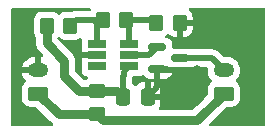
<source format=gbr>
%TF.GenerationSoftware,KiCad,Pcbnew,7.0.10*%
%TF.CreationDate,2025-11-17T19:05:27+08:00*%
%TF.ProjectId,CN312,434e3331-322e-46b6-9963-61645f706362,rev?*%
%TF.SameCoordinates,Original*%
%TF.FileFunction,Copper,L1,Top*%
%TF.FilePolarity,Positive*%
%FSLAX46Y46*%
G04 Gerber Fmt 4.6, Leading zero omitted, Abs format (unit mm)*
G04 Created by KiCad (PCBNEW 7.0.10) date 2025-11-17 19:05:27*
%MOMM*%
%LPD*%
G01*
G04 APERTURE LIST*
G04 Aperture macros list*
%AMRoundRect*
0 Rectangle with rounded corners*
0 $1 Rounding radius*
0 $2 $3 $4 $5 $6 $7 $8 $9 X,Y pos of 4 corners*
0 Add a 4 corners polygon primitive as box body*
4,1,4,$2,$3,$4,$5,$6,$7,$8,$9,$2,$3,0*
0 Add four circle primitives for the rounded corners*
1,1,$1+$1,$2,$3*
1,1,$1+$1,$4,$5*
1,1,$1+$1,$6,$7*
1,1,$1+$1,$8,$9*
0 Add four rect primitives between the rounded corners*
20,1,$1+$1,$2,$3,$4,$5,0*
20,1,$1+$1,$4,$5,$6,$7,0*
20,1,$1+$1,$6,$7,$8,$9,0*
20,1,$1+$1,$8,$9,$2,$3,0*%
G04 Aperture macros list end*
%TA.AperFunction,SMDPad,CuDef*%
%ADD10R,1.560000X0.650000*%
%TD*%
%TA.AperFunction,SMDPad,CuDef*%
%ADD11RoundRect,0.250000X0.450000X-0.350000X0.450000X0.350000X-0.450000X0.350000X-0.450000X-0.350000X0*%
%TD*%
%TA.AperFunction,SMDPad,CuDef*%
%ADD12RoundRect,0.250000X-0.350000X-0.450000X0.350000X-0.450000X0.350000X0.450000X-0.350000X0.450000X0*%
%TD*%
%TA.AperFunction,SMDPad,CuDef*%
%ADD13RoundRect,0.150000X-0.587500X-0.150000X0.587500X-0.150000X0.587500X0.150000X-0.587500X0.150000X0*%
%TD*%
%TA.AperFunction,ComponentPad*%
%ADD14RoundRect,0.250000X0.625000X-0.350000X0.625000X0.350000X-0.625000X0.350000X-0.625000X-0.350000X0*%
%TD*%
%TA.AperFunction,ComponentPad*%
%ADD15O,1.750000X1.200000*%
%TD*%
%TA.AperFunction,SMDPad,CuDef*%
%ADD16RoundRect,0.250000X-0.337500X-0.475000X0.337500X-0.475000X0.337500X0.475000X-0.337500X0.475000X0*%
%TD*%
%TA.AperFunction,ViaPad*%
%ADD17C,0.800000*%
%TD*%
%TA.AperFunction,Conductor*%
%ADD18C,0.800000*%
%TD*%
%TA.AperFunction,Conductor*%
%ADD19C,0.500000*%
%TD*%
G04 APERTURE END LIST*
D10*
%TO.P,U1,1,FTH*%
%TO.N,Net-(U1-FTH)*%
X127250000Y-88050000D03*
%TO.P,U1,2,GND*%
%TO.N,GND*%
X127250000Y-89000000D03*
%TO.P,U1,3,LBO*%
%TO.N,unconnected-(U1-LBO-Pad3)*%
X127250000Y-89950000D03*
%TO.P,U1,4,VCC*%
%TO.N,Net-(U1-VCC)*%
X129950000Y-89950000D03*
%TO.P,U1,5,/LBO*%
%TO.N,Net-(Q1-G1)*%
X129950000Y-89000000D03*
%TO.P,U1,6,RTH*%
%TO.N,Net-(U1-RTH)*%
X129950000Y-88050000D03*
%TD*%
D11*
%TO.P,R4,1*%
%TO.N,Net-(J1-P$1)*%
X127250000Y-94000000D03*
%TO.P,R4,2*%
%TO.N,Net-(U1-VCC)*%
X127250000Y-92000000D03*
%TD*%
D12*
%TO.P,R3,1*%
%TO.N,Net-(U1-FTH)*%
X127750000Y-86000000D03*
%TO.P,R3,2*%
%TO.N,Net-(U1-RTH)*%
X129750000Y-86000000D03*
%TD*%
%TO.P,R2,1*%
%TO.N,Net-(U1-RTH)*%
X132250000Y-86250000D03*
%TO.P,R2,2*%
%TO.N,GND*%
X134250000Y-86250000D03*
%TD*%
%TO.P,R1,1*%
%TO.N,Net-(U1-VCC)*%
X123000000Y-86500000D03*
%TO.P,R1,2*%
%TO.N,Net-(U1-FTH)*%
X125000000Y-86500000D03*
%TD*%
D13*
%TO.P,Q1,1,G1*%
%TO.N,Net-(Q1-G1)*%
X132375000Y-88300000D03*
%TO.P,Q1,2,S2*%
%TO.N,GND*%
X132375000Y-90200000D03*
%TO.P,Q1,3,D3*%
%TO.N,Net-(J2-P$2)*%
X134250000Y-89250000D03*
%TD*%
D14*
%TO.P,J2,1,P$1*%
%TO.N,Net-(J1-P$1)*%
X138000000Y-92250000D03*
D15*
%TO.P,J2,2,P$2*%
%TO.N,Net-(J2-P$2)*%
X138000000Y-90250000D03*
%TD*%
D14*
%TO.P,J1,1,P$1*%
%TO.N,Net-(J1-P$1)*%
X122250000Y-92250000D03*
D15*
%TO.P,J1,2,P$2*%
%TO.N,GND*%
X122250000Y-90250000D03*
%TD*%
D16*
%TO.P,C1,1*%
%TO.N,Net-(U1-VCC)*%
X129462500Y-92500000D03*
%TO.P,C1,2*%
%TO.N,GND*%
X131537500Y-92500000D03*
%TD*%
D17*
%TO.N,GND*%
X133250000Y-92500000D03*
X135750000Y-86250000D03*
X135750000Y-90250000D03*
X125750000Y-89000000D03*
%TD*%
D18*
%TO.N,Net-(J1-P$1)*%
X135750000Y-94500000D02*
X127750000Y-94500000D01*
X127750000Y-94500000D02*
X127250000Y-94000000D01*
X138000000Y-92250000D02*
X135750000Y-94500000D01*
D19*
%TO.N,GND*%
X131537500Y-92500000D02*
X133250000Y-92500000D01*
X135750000Y-90250000D02*
X132425000Y-90250000D01*
X132425000Y-90250000D02*
X132375000Y-90200000D01*
X134250000Y-86250000D02*
X135750000Y-86250000D01*
X127250000Y-89000000D02*
X125750000Y-89000000D01*
D18*
%TO.N,Net-(U1-VCC)*%
X124500000Y-89500000D02*
X123000000Y-88000000D01*
X123000000Y-88000000D02*
X123000000Y-86500000D01*
X124500000Y-90750000D02*
X124500000Y-89500000D01*
X125750000Y-92000000D02*
X124500000Y-90750000D01*
X127250000Y-92000000D02*
X125750000Y-92000000D01*
D19*
%TO.N,GND*%
X132375000Y-91662500D02*
X131537500Y-92500000D01*
X132375000Y-90200000D02*
X132375000Y-91662500D01*
%TO.N,Net-(U1-VCC)*%
X129500000Y-90400000D02*
X129500000Y-90750000D01*
X129950000Y-89950000D02*
X129500000Y-90400000D01*
X129500000Y-90750000D02*
X129462500Y-90787500D01*
X129462500Y-90787500D02*
X129462500Y-92500000D01*
%TO.N,Net-(Q1-G1)*%
X131675000Y-89000000D02*
X132375000Y-88300000D01*
X129950000Y-89000000D02*
X131675000Y-89000000D01*
%TO.N,Net-(U1-RTH)*%
X129950000Y-86200000D02*
X129750000Y-86000000D01*
X129950000Y-88050000D02*
X129950000Y-86200000D01*
X132000000Y-86000000D02*
X132250000Y-86250000D01*
X129750000Y-86000000D02*
X132000000Y-86000000D01*
%TO.N,Net-(U1-FTH)*%
X127250000Y-86250000D02*
X127000000Y-86000000D01*
X127250000Y-88050000D02*
X127250000Y-86250000D01*
X125500000Y-86000000D02*
X125000000Y-86500000D01*
X127750000Y-86000000D02*
X125500000Y-86000000D01*
%TO.N,Net-(J2-P$2)*%
X137000000Y-89250000D02*
X138000000Y-90250000D01*
X134250000Y-89250000D02*
X137000000Y-89250000D01*
D18*
%TO.N,Net-(U1-VCC)*%
X128962500Y-92000000D02*
X129462500Y-92500000D01*
X127250000Y-92000000D02*
X128962500Y-92000000D01*
%TO.N,Net-(J1-P$1)*%
X124000000Y-94000000D02*
X122250000Y-92250000D01*
X127250000Y-94000000D02*
X124000000Y-94000000D01*
%TD*%
%TA.AperFunction,Conductor*%
%TO.N,GND*%
G36*
X125515124Y-85012795D02*
G01*
X125539555Y-85001716D01*
X125556878Y-85000500D01*
X126634979Y-85000500D01*
X126702018Y-85020185D01*
X126747773Y-85072989D01*
X126757717Y-85142147D01*
X126740508Y-85189612D01*
X126739891Y-85190612D01*
X126687937Y-85237329D01*
X126634362Y-85249500D01*
X125563705Y-85249500D01*
X125545735Y-85248191D01*
X125538906Y-85247190D01*
X125517632Y-85237407D01*
X125508188Y-85243477D01*
X125484061Y-85248028D01*
X125478243Y-85248536D01*
X125472630Y-85249028D01*
X125461824Y-85249500D01*
X125456284Y-85249500D01*
X125425501Y-85253098D01*
X125421916Y-85253464D01*
X125347199Y-85260001D01*
X125340132Y-85261460D01*
X125340120Y-85261404D01*
X125332763Y-85263035D01*
X125332777Y-85263092D01*
X125325743Y-85264759D01*
X125255241Y-85290418D01*
X125251864Y-85291592D01*
X125246996Y-85293205D01*
X125207991Y-85299500D01*
X124599998Y-85299500D01*
X124599980Y-85299501D01*
X124497203Y-85310000D01*
X124497200Y-85310001D01*
X124330668Y-85365185D01*
X124330663Y-85365187D01*
X124181342Y-85457289D01*
X124087681Y-85550951D01*
X124026358Y-85584436D01*
X123956666Y-85579452D01*
X123912319Y-85550951D01*
X123818657Y-85457289D01*
X123818656Y-85457288D01*
X123669334Y-85365186D01*
X123502797Y-85310001D01*
X123502795Y-85310000D01*
X123400010Y-85299500D01*
X122599998Y-85299500D01*
X122599980Y-85299501D01*
X122497203Y-85310000D01*
X122497200Y-85310001D01*
X122330668Y-85365185D01*
X122330663Y-85365187D01*
X122181342Y-85457289D01*
X122057289Y-85581342D01*
X121965187Y-85730663D01*
X121965186Y-85730666D01*
X121910001Y-85897203D01*
X121910001Y-85897204D01*
X121910000Y-85897204D01*
X121899500Y-85999983D01*
X121899500Y-87000001D01*
X121899501Y-87000019D01*
X121910000Y-87102796D01*
X121910001Y-87102799D01*
X121965185Y-87269331D01*
X121965187Y-87269336D01*
X121979607Y-87292715D01*
X122043472Y-87396257D01*
X122057289Y-87418657D01*
X122063181Y-87424549D01*
X122096666Y-87485872D01*
X122099500Y-87512230D01*
X122099500Y-87919373D01*
X122097973Y-87938772D01*
X122095781Y-87952611D01*
X122099330Y-88020335D01*
X122099500Y-88026824D01*
X122099500Y-88047192D01*
X122100659Y-88058228D01*
X122101628Y-88067448D01*
X122102136Y-88073909D01*
X122105686Y-88141643D01*
X122105688Y-88141653D01*
X122109315Y-88155189D01*
X122112860Y-88174314D01*
X122114325Y-88188249D01*
X122114326Y-88188256D01*
X122114328Y-88188262D01*
X122135282Y-88252755D01*
X122137125Y-88258976D01*
X122154679Y-88324486D01*
X122154684Y-88324498D01*
X122161043Y-88336978D01*
X122168488Y-88354949D01*
X122172820Y-88368282D01*
X122206726Y-88427009D01*
X122209822Y-88432712D01*
X122240616Y-88493147D01*
X122240620Y-88493153D01*
X122249438Y-88504043D01*
X122260454Y-88520070D01*
X122267465Y-88532213D01*
X122267470Y-88532220D01*
X122312855Y-88582627D01*
X122317063Y-88587554D01*
X122329883Y-88603383D01*
X122344275Y-88617775D01*
X122348743Y-88622483D01*
X122394128Y-88672887D01*
X122405468Y-88681126D01*
X122420265Y-88693764D01*
X122664820Y-88938319D01*
X122698305Y-88999642D01*
X122693321Y-89069334D01*
X122651449Y-89125267D01*
X122585985Y-89149684D01*
X122577139Y-89150000D01*
X122500000Y-89150000D01*
X122500000Y-89969382D01*
X122430948Y-89915637D01*
X122312576Y-89875000D01*
X122218927Y-89875000D01*
X122126554Y-89890414D01*
X122016486Y-89949981D01*
X122000000Y-89967889D01*
X122000000Y-89150000D01*
X121922602Y-89150000D01*
X121765877Y-89164965D01*
X121765873Y-89164966D01*
X121564313Y-89224149D01*
X121377585Y-89320413D01*
X121212462Y-89450268D01*
X121212459Y-89450271D01*
X121074894Y-89609030D01*
X121074885Y-89609041D01*
X120969855Y-89790960D01*
X120969852Y-89790967D01*
X120901144Y-89989482D01*
X120901144Y-89989484D01*
X120899632Y-90000000D01*
X121970440Y-90000000D01*
X121931722Y-90042059D01*
X121881449Y-90156670D01*
X121871114Y-90281395D01*
X121901837Y-90402719D01*
X121965394Y-90500000D01*
X120903742Y-90500000D01*
X120930770Y-90611409D01*
X121018040Y-90802507D01*
X121139889Y-90973619D01*
X121139900Y-90973631D01*
X121242521Y-91071479D01*
X121277457Y-91131987D01*
X121274132Y-91201778D01*
X121233604Y-91258692D01*
X121222049Y-91266760D01*
X121156347Y-91307285D01*
X121156343Y-91307288D01*
X121032289Y-91431342D01*
X120940187Y-91580663D01*
X120940185Y-91580668D01*
X120927947Y-91617601D01*
X120885001Y-91747203D01*
X120885001Y-91747204D01*
X120885000Y-91747204D01*
X120874500Y-91849983D01*
X120874500Y-92650001D01*
X120874501Y-92650019D01*
X120885000Y-92752796D01*
X120885001Y-92752799D01*
X120940185Y-92919331D01*
X120940187Y-92919336D01*
X120962146Y-92954937D01*
X121032288Y-93068656D01*
X121156344Y-93192712D01*
X121305666Y-93284814D01*
X121472203Y-93339999D01*
X121574991Y-93350500D01*
X122025638Y-93350499D01*
X122092677Y-93370183D01*
X122113319Y-93386818D01*
X123306236Y-94579736D01*
X123318871Y-94594529D01*
X123327110Y-94605869D01*
X123327115Y-94605875D01*
X123377504Y-94651244D01*
X123382197Y-94655697D01*
X123396620Y-94670120D01*
X123412456Y-94682943D01*
X123417375Y-94687145D01*
X123442708Y-94709954D01*
X123467784Y-94732533D01*
X123479920Y-94739540D01*
X123495952Y-94750557D01*
X123506851Y-94759383D01*
X123517903Y-94765014D01*
X123568700Y-94812987D01*
X123585497Y-94880808D01*
X123562961Y-94946943D01*
X123508247Y-94990396D01*
X123461611Y-94999500D01*
X120124500Y-94999500D01*
X120057461Y-94979815D01*
X120011706Y-94927011D01*
X120000500Y-94875500D01*
X120000500Y-85124500D01*
X120020185Y-85057461D01*
X120072989Y-85011706D01*
X120124500Y-85000500D01*
X125473253Y-85000500D01*
X125515124Y-85012795D01*
G37*
%TD.AperFunction*%
%TA.AperFunction,Conductor*%
G36*
X141442539Y-85020185D02*
G01*
X141488294Y-85072989D01*
X141499500Y-85124500D01*
X141499500Y-94875500D01*
X141479815Y-94942539D01*
X141427011Y-94988294D01*
X141375500Y-94999500D01*
X136823361Y-94999500D01*
X136756322Y-94979815D01*
X136710567Y-94927011D01*
X136700623Y-94857853D01*
X136729648Y-94794297D01*
X136735680Y-94787819D01*
X138136681Y-93386818D01*
X138198004Y-93353333D01*
X138224362Y-93350499D01*
X138675002Y-93350499D01*
X138675008Y-93350499D01*
X138777797Y-93339999D01*
X138944334Y-93284814D01*
X139093656Y-93192712D01*
X139217712Y-93068656D01*
X139309814Y-92919334D01*
X139364999Y-92752797D01*
X139375500Y-92650009D01*
X139375499Y-91849992D01*
X139364999Y-91747203D01*
X139309814Y-91580666D01*
X139217712Y-91431344D01*
X139093656Y-91307288D01*
X139030258Y-91268184D01*
X138983535Y-91216237D01*
X138972312Y-91147274D01*
X139000156Y-91083192D01*
X139018697Y-91065181D01*
X139037886Y-91050092D01*
X139175519Y-90891256D01*
X139183046Y-90878220D01*
X139273447Y-90721640D01*
X139280604Y-90709244D01*
X139349344Y-90510633D01*
X139379254Y-90302602D01*
X139369254Y-90092670D01*
X139319704Y-89888424D01*
X139319701Y-89888417D01*
X139232401Y-89697256D01*
X139232398Y-89697251D01*
X139232397Y-89697250D01*
X139232396Y-89697247D01*
X139110486Y-89526048D01*
X139110484Y-89526046D01*
X139110479Y-89526040D01*
X138958379Y-89381014D01*
X138781574Y-89267388D01*
X138723533Y-89244152D01*
X138684014Y-89228331D01*
X138586455Y-89189274D01*
X138380086Y-89149500D01*
X138380085Y-89149500D01*
X138012230Y-89149500D01*
X137945191Y-89129815D01*
X137924549Y-89113181D01*
X137575729Y-88764361D01*
X137563949Y-88750730D01*
X137549610Y-88731470D01*
X137511651Y-88699619D01*
X137503686Y-88692318D01*
X137499780Y-88688411D01*
X137475443Y-88669168D01*
X137472647Y-88666890D01*
X137415214Y-88618698D01*
X137409180Y-88614729D01*
X137409212Y-88614680D01*
X137402853Y-88610628D01*
X137402822Y-88610679D01*
X137396680Y-88606891D01*
X137396678Y-88606890D01*
X137396677Y-88606889D01*
X137328688Y-88575184D01*
X137325447Y-88573615D01*
X137282544Y-88552069D01*
X137258433Y-88539960D01*
X137258431Y-88539959D01*
X137258430Y-88539959D01*
X137251645Y-88537489D01*
X137251665Y-88537433D01*
X137244549Y-88534959D01*
X137244531Y-88535015D01*
X137237674Y-88532743D01*
X137164210Y-88517573D01*
X137160693Y-88516793D01*
X137087718Y-88499499D01*
X137080547Y-88498661D01*
X137080553Y-88498601D01*
X137073055Y-88497835D01*
X137073050Y-88497895D01*
X137065860Y-88497265D01*
X136990870Y-88499448D01*
X136987263Y-88499500D01*
X135119828Y-88499500D01*
X135085233Y-88494576D01*
X134940073Y-88452402D01*
X134940067Y-88452401D01*
X134903201Y-88449500D01*
X134903194Y-88449500D01*
X133737000Y-88449500D01*
X133669961Y-88429815D01*
X133624206Y-88377011D01*
X133613000Y-88325500D01*
X133613000Y-88084313D01*
X133612999Y-88084298D01*
X133612181Y-88073909D01*
X133610098Y-88047431D01*
X133610027Y-88047188D01*
X133564245Y-87889606D01*
X133564244Y-87889603D01*
X133564244Y-87889602D01*
X133480581Y-87748135D01*
X133480579Y-87748133D01*
X133480576Y-87748129D01*
X133364370Y-87631923D01*
X133364362Y-87631917D01*
X133222896Y-87548255D01*
X133222893Y-87548254D01*
X133104691Y-87513913D01*
X133045805Y-87476307D01*
X133016599Y-87412834D01*
X133026345Y-87343648D01*
X133064605Y-87299237D01*
X133062989Y-87297193D01*
X133068651Y-87292715D01*
X133068650Y-87292715D01*
X133068656Y-87292712D01*
X133162675Y-87198692D01*
X133223994Y-87165210D01*
X133293686Y-87170194D01*
X133338034Y-87198695D01*
X133431654Y-87292315D01*
X133580875Y-87384356D01*
X133580880Y-87384358D01*
X133747302Y-87439505D01*
X133747309Y-87439506D01*
X133850019Y-87449999D01*
X133999999Y-87449999D01*
X134000000Y-87449998D01*
X134000000Y-86500000D01*
X134500000Y-86500000D01*
X134500000Y-87449999D01*
X134649972Y-87449999D01*
X134649986Y-87449998D01*
X134752697Y-87439505D01*
X134919119Y-87384358D01*
X134919124Y-87384356D01*
X135068345Y-87292315D01*
X135192315Y-87168345D01*
X135284356Y-87019124D01*
X135284358Y-87019119D01*
X135339505Y-86852697D01*
X135339506Y-86852690D01*
X135349999Y-86749986D01*
X135350000Y-86749973D01*
X135350000Y-86500000D01*
X134500000Y-86500000D01*
X134000000Y-86500000D01*
X134000000Y-86124000D01*
X134019685Y-86056961D01*
X134072489Y-86011206D01*
X134124000Y-86000000D01*
X135349999Y-86000000D01*
X135349999Y-85750028D01*
X135349998Y-85750013D01*
X135339505Y-85647302D01*
X135284358Y-85480880D01*
X135284356Y-85480875D01*
X135192315Y-85331654D01*
X135072842Y-85212181D01*
X135039357Y-85150858D01*
X135044341Y-85081166D01*
X135086213Y-85025233D01*
X135151677Y-85000816D01*
X135160523Y-85000500D01*
X141375500Y-85000500D01*
X141442539Y-85020185D01*
G37*
%TD.AperFunction*%
%TA.AperFunction,Conductor*%
G36*
X133343806Y-89967268D02*
G01*
X133402102Y-90001744D01*
X133414769Y-90005424D01*
X133559926Y-90047597D01*
X133559929Y-90047597D01*
X133559931Y-90047598D01*
X133596806Y-90050500D01*
X133596814Y-90050500D01*
X134903186Y-90050500D01*
X134903194Y-90050500D01*
X134940069Y-90047598D01*
X134940071Y-90047597D01*
X134940073Y-90047597D01*
X135085233Y-90005424D01*
X135119828Y-90000500D01*
X136505951Y-90000500D01*
X136572990Y-90020185D01*
X136618745Y-90072989D01*
X136628689Y-90142146D01*
X136620746Y-90197393D01*
X136620745Y-90197397D01*
X136630745Y-90407327D01*
X136680296Y-90611578D01*
X136680298Y-90611582D01*
X136767598Y-90802743D01*
X136767601Y-90802748D01*
X136767602Y-90802750D01*
X136767604Y-90802753D01*
X136889514Y-90973952D01*
X136889515Y-90973953D01*
X136992082Y-91071750D01*
X137027017Y-91132259D01*
X137023692Y-91202049D01*
X136983164Y-91258963D01*
X136971610Y-91267031D01*
X136906344Y-91307287D01*
X136782289Y-91431342D01*
X136690187Y-91580663D01*
X136690185Y-91580668D01*
X136677947Y-91617601D01*
X136635001Y-91747203D01*
X136635001Y-91747204D01*
X136635000Y-91747204D01*
X136624500Y-91849983D01*
X136624500Y-92300637D01*
X136604815Y-92367676D01*
X136588181Y-92388318D01*
X136293569Y-92682931D01*
X135691687Y-93284814D01*
X135413320Y-93563181D01*
X135351997Y-93596666D01*
X135325639Y-93599500D01*
X132593174Y-93599500D01*
X132526135Y-93579815D01*
X132480380Y-93527011D01*
X132470436Y-93457853D01*
X132487635Y-93410403D01*
X132559356Y-93294124D01*
X132559358Y-93294119D01*
X132614505Y-93127697D01*
X132614506Y-93127690D01*
X132624999Y-93024986D01*
X132625000Y-93024973D01*
X132625000Y-92750000D01*
X131411500Y-92750000D01*
X131344461Y-92730315D01*
X131298706Y-92677511D01*
X131287500Y-92626000D01*
X131287500Y-91275000D01*
X131787500Y-91275000D01*
X131787500Y-92250000D01*
X132624999Y-92250000D01*
X132624999Y-91975028D01*
X132624998Y-91975013D01*
X132614505Y-91872302D01*
X132559358Y-91705880D01*
X132559356Y-91705875D01*
X132467315Y-91556654D01*
X132343345Y-91432684D01*
X132194124Y-91340643D01*
X132194119Y-91340641D01*
X132027697Y-91285494D01*
X132027690Y-91285493D01*
X131924986Y-91275000D01*
X131787500Y-91275000D01*
X131287500Y-91275000D01*
X131150027Y-91275000D01*
X131150012Y-91275001D01*
X131047302Y-91285494D01*
X130880880Y-91340641D01*
X130880875Y-91340643D01*
X130731654Y-91432684D01*
X130607683Y-91556655D01*
X130607679Y-91556660D01*
X130605826Y-91559665D01*
X130604018Y-91561290D01*
X130603202Y-91562323D01*
X130603025Y-91562183D01*
X130553874Y-91606385D01*
X130484911Y-91617601D01*
X130420831Y-91589752D01*
X130394753Y-91559653D01*
X130394737Y-91559628D01*
X130392712Y-91556344D01*
X130268656Y-91432288D01*
X130262989Y-91427807D01*
X130264430Y-91425984D01*
X130225175Y-91382335D01*
X130213000Y-91328752D01*
X130213000Y-91020529D01*
X130217117Y-90995020D01*
X130215796Y-90994748D01*
X130219770Y-90975500D01*
X130232447Y-90914104D01*
X130233194Y-90910734D01*
X130240901Y-90878220D01*
X130242637Y-90870898D01*
X130277253Y-90810206D01*
X130339187Y-90777865D01*
X130363293Y-90775499D01*
X130777871Y-90775499D01*
X130777872Y-90775499D01*
X130837483Y-90769091D01*
X130972331Y-90718796D01*
X131054431Y-90657335D01*
X131119892Y-90632919D01*
X131188165Y-90647770D01*
X131235472Y-90693482D01*
X131269814Y-90751552D01*
X131269821Y-90751561D01*
X131385938Y-90867678D01*
X131385947Y-90867685D01*
X131527303Y-90951282D01*
X131527306Y-90951283D01*
X131685004Y-90997099D01*
X131685010Y-90997100D01*
X131721850Y-90999999D01*
X131721866Y-91000000D01*
X132125000Y-91000000D01*
X132125000Y-90450000D01*
X132625000Y-90450000D01*
X132625000Y-91000000D01*
X133028134Y-91000000D01*
X133028149Y-90999999D01*
X133064989Y-90997100D01*
X133064995Y-90997099D01*
X133222693Y-90951283D01*
X133222696Y-90951282D01*
X133364052Y-90867685D01*
X133364061Y-90867678D01*
X133480178Y-90751561D01*
X133480185Y-90751552D01*
X133563781Y-90610198D01*
X133609600Y-90452486D01*
X133609795Y-90450001D01*
X133609795Y-90450000D01*
X132625000Y-90450000D01*
X132125000Y-90450000D01*
X132125000Y-90074000D01*
X132144685Y-90006961D01*
X132197489Y-89961206D01*
X132249000Y-89950000D01*
X133280685Y-89950000D01*
X133343806Y-89967268D01*
G37*
%TD.AperFunction*%
%TA.AperFunction,Conductor*%
G36*
X124105703Y-87467517D02*
G01*
X124112181Y-87473549D01*
X124181344Y-87542712D01*
X124330666Y-87634814D01*
X124497203Y-87689999D01*
X124599991Y-87700500D01*
X125400008Y-87700499D01*
X125400016Y-87700498D01*
X125400019Y-87700498D01*
X125456302Y-87694748D01*
X125502797Y-87689999D01*
X125669334Y-87634814D01*
X125780513Y-87566238D01*
X125847903Y-87547798D01*
X125914567Y-87568720D01*
X125959336Y-87622362D01*
X125968611Y-87673806D01*
X125969500Y-87673806D01*
X125969500Y-88422870D01*
X125969501Y-88422876D01*
X125975909Y-88482487D01*
X125977692Y-88490031D01*
X125976438Y-88490327D01*
X125980856Y-88552069D01*
X125976864Y-88565664D01*
X125976401Y-88567624D01*
X125970000Y-88627155D01*
X125970000Y-88750000D01*
X126094499Y-88750000D01*
X126161538Y-88769685D01*
X126168794Y-88774722D01*
X126210890Y-88806235D01*
X126227668Y-88818795D01*
X126227671Y-88818797D01*
X126362517Y-88869091D01*
X126362516Y-88869091D01*
X126369444Y-88869835D01*
X126422127Y-88875500D01*
X127376001Y-88875499D01*
X127443039Y-88895183D01*
X127488794Y-88947987D01*
X127500000Y-88999499D01*
X127500000Y-89000500D01*
X127480315Y-89067539D01*
X127427511Y-89113294D01*
X127376000Y-89124500D01*
X126422129Y-89124500D01*
X126422123Y-89124501D01*
X126362516Y-89130908D01*
X126227671Y-89181202D01*
X126227668Y-89181204D01*
X126209511Y-89194797D01*
X126168808Y-89225266D01*
X126103347Y-89249684D01*
X126094499Y-89250000D01*
X125970000Y-89250000D01*
X125970000Y-89372844D01*
X125976401Y-89432372D01*
X125978187Y-89439930D01*
X125976542Y-89440318D01*
X125980851Y-89500656D01*
X125975943Y-89517371D01*
X125975908Y-89517520D01*
X125969501Y-89577117D01*
X125969500Y-89577136D01*
X125969500Y-90322870D01*
X125969501Y-90322876D01*
X125975908Y-90382483D01*
X126026202Y-90517328D01*
X126026206Y-90517335D01*
X126112452Y-90632544D01*
X126112455Y-90632547D01*
X126227664Y-90718793D01*
X126227671Y-90718797D01*
X126272618Y-90735561D01*
X126362517Y-90769091D01*
X126373791Y-90770303D01*
X126438340Y-90797040D01*
X126478189Y-90854432D01*
X126480684Y-90924257D01*
X126445032Y-90984346D01*
X126425632Y-90999131D01*
X126331342Y-91057289D01*
X126325451Y-91063181D01*
X126264128Y-91096666D01*
X126237770Y-91099500D01*
X126174361Y-91099500D01*
X126107322Y-91079815D01*
X126086680Y-91063181D01*
X125436819Y-90413320D01*
X125403334Y-90351997D01*
X125400500Y-90325639D01*
X125400500Y-89580626D01*
X125402027Y-89561225D01*
X125404219Y-89547388D01*
X125400670Y-89479668D01*
X125400500Y-89473179D01*
X125400500Y-89452813D01*
X125400500Y-89452808D01*
X125398364Y-89432483D01*
X125397861Y-89426089D01*
X125394312Y-89358354D01*
X125394311Y-89358348D01*
X125390687Y-89344825D01*
X125387139Y-89325684D01*
X125385674Y-89311748D01*
X125385674Y-89311744D01*
X125364707Y-89247219D01*
X125362871Y-89241016D01*
X125350487Y-89194797D01*
X125345320Y-89175512D01*
X125338954Y-89163019D01*
X125331508Y-89145042D01*
X125327178Y-89131714D01*
X125327174Y-89131707D01*
X125293265Y-89072975D01*
X125290178Y-89067292D01*
X125259383Y-89006851D01*
X125259382Y-89006849D01*
X125250560Y-88995955D01*
X125239538Y-88979918D01*
X125232532Y-88967783D01*
X125232531Y-88967781D01*
X125187146Y-88917376D01*
X125182931Y-88912441D01*
X125170119Y-88896620D01*
X125168682Y-88895183D01*
X125155706Y-88882207D01*
X125151254Y-88877515D01*
X125105872Y-88827113D01*
X125105871Y-88827112D01*
X125094525Y-88818869D01*
X125079734Y-88806235D01*
X123936819Y-87663320D01*
X123903334Y-87601997D01*
X123900500Y-87575639D01*
X123900500Y-87561230D01*
X123920185Y-87494191D01*
X123972989Y-87448436D01*
X124042147Y-87438492D01*
X124105703Y-87467517D01*
G37*
%TD.AperFunction*%
%TD*%
M02*

</source>
